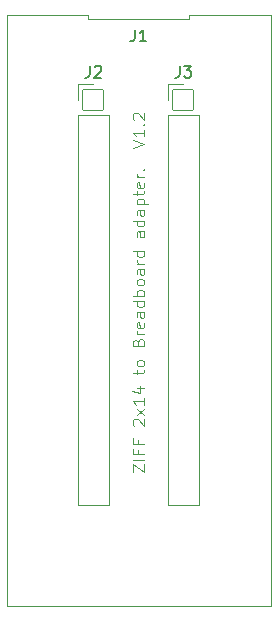
<source format=gto>
G04 #@! TF.GenerationSoftware,KiCad,Pcbnew,8.0.8*
G04 #@! TF.CreationDate,2025-06-20T13:46:13-04:00*
G04 #@! TF.ProjectId,ZiffAdapter,5a696666-4164-4617-9074-65722e6b6963,rev?*
G04 #@! TF.SameCoordinates,Original*
G04 #@! TF.FileFunction,Legend,Top*
G04 #@! TF.FilePolarity,Positive*
%FSLAX46Y46*%
G04 Gerber Fmt 4.6, Leading zero omitted, Abs format (unit mm)*
G04 Created by KiCad (PCBNEW 8.0.8) date 2025-06-20 13:46:13*
%MOMM*%
%LPD*%
G01*
G04 APERTURE LIST*
G04 Aperture macros list*
%AMRoundRect*
0 Rectangle with rounded corners*
0 $1 Rounding radius*
0 $2 $3 $4 $5 $6 $7 $8 $9 X,Y pos of 4 corners*
0 Add a 4 corners polygon primitive as box body*
4,1,4,$2,$3,$4,$5,$6,$7,$8,$9,$2,$3,0*
0 Add four circle primitives for the rounded corners*
1,1,$1+$1,$2,$3*
1,1,$1+$1,$4,$5*
1,1,$1+$1,$6,$7*
1,1,$1+$1,$8,$9*
0 Add four rect primitives between the rounded corners*
20,1,$1+$1,$2,$3,$4,$5,0*
20,1,$1+$1,$4,$5,$6,$7,0*
20,1,$1+$1,$6,$7,$8,$9,0*
20,1,$1+$1,$8,$9,$2,$3,0*%
G04 Aperture macros list end*
%ADD10C,0.100000*%
%ADD11C,0.150000*%
%ADD12C,0.120000*%
%ADD13O,3.076000X1.576000*%
%ADD14RoundRect,0.038000X-0.850000X-0.850000X0.850000X-0.850000X0.850000X0.850000X-0.850000X0.850000X0*%
%ADD15O,1.776000X1.776000*%
G04 APERTURE END LIST*
D10*
X104917419Y-31541353D02*
X104917419Y-30874687D01*
X104917419Y-30874687D02*
X105917419Y-31541353D01*
X105917419Y-31541353D02*
X105917419Y-30874687D01*
X105917419Y-30493734D02*
X104917419Y-30493734D01*
X105393609Y-29684211D02*
X105393609Y-30017544D01*
X105917419Y-30017544D02*
X104917419Y-30017544D01*
X104917419Y-30017544D02*
X104917419Y-29541354D01*
X105393609Y-28827068D02*
X105393609Y-29160401D01*
X105917419Y-29160401D02*
X104917419Y-29160401D01*
X104917419Y-29160401D02*
X104917419Y-28684211D01*
X105012657Y-27588972D02*
X104965038Y-27541353D01*
X104965038Y-27541353D02*
X104917419Y-27446115D01*
X104917419Y-27446115D02*
X104917419Y-27208020D01*
X104917419Y-27208020D02*
X104965038Y-27112782D01*
X104965038Y-27112782D02*
X105012657Y-27065163D01*
X105012657Y-27065163D02*
X105107895Y-27017544D01*
X105107895Y-27017544D02*
X105203133Y-27017544D01*
X105203133Y-27017544D02*
X105345990Y-27065163D01*
X105345990Y-27065163D02*
X105917419Y-27636591D01*
X105917419Y-27636591D02*
X105917419Y-27017544D01*
X105917419Y-26684210D02*
X105250752Y-26160401D01*
X105250752Y-26684210D02*
X105917419Y-26160401D01*
X105917419Y-25255639D02*
X105917419Y-25827067D01*
X105917419Y-25541353D02*
X104917419Y-25541353D01*
X104917419Y-25541353D02*
X105060276Y-25636591D01*
X105060276Y-25636591D02*
X105155514Y-25731829D01*
X105155514Y-25731829D02*
X105203133Y-25827067D01*
X105250752Y-24398496D02*
X105917419Y-24398496D01*
X104869800Y-24636591D02*
X105584085Y-24874686D01*
X105584085Y-24874686D02*
X105584085Y-24255639D01*
X105250752Y-23255638D02*
X105250752Y-22874686D01*
X104917419Y-23112781D02*
X105774561Y-23112781D01*
X105774561Y-23112781D02*
X105869800Y-23065162D01*
X105869800Y-23065162D02*
X105917419Y-22969924D01*
X105917419Y-22969924D02*
X105917419Y-22874686D01*
X105917419Y-22398495D02*
X105869800Y-22493733D01*
X105869800Y-22493733D02*
X105822180Y-22541352D01*
X105822180Y-22541352D02*
X105726942Y-22588971D01*
X105726942Y-22588971D02*
X105441228Y-22588971D01*
X105441228Y-22588971D02*
X105345990Y-22541352D01*
X105345990Y-22541352D02*
X105298371Y-22493733D01*
X105298371Y-22493733D02*
X105250752Y-22398495D01*
X105250752Y-22398495D02*
X105250752Y-22255638D01*
X105250752Y-22255638D02*
X105298371Y-22160400D01*
X105298371Y-22160400D02*
X105345990Y-22112781D01*
X105345990Y-22112781D02*
X105441228Y-22065162D01*
X105441228Y-22065162D02*
X105726942Y-22065162D01*
X105726942Y-22065162D02*
X105822180Y-22112781D01*
X105822180Y-22112781D02*
X105869800Y-22160400D01*
X105869800Y-22160400D02*
X105917419Y-22255638D01*
X105917419Y-22255638D02*
X105917419Y-22398495D01*
X105393609Y-20541352D02*
X105441228Y-20398495D01*
X105441228Y-20398495D02*
X105488847Y-20350876D01*
X105488847Y-20350876D02*
X105584085Y-20303257D01*
X105584085Y-20303257D02*
X105726942Y-20303257D01*
X105726942Y-20303257D02*
X105822180Y-20350876D01*
X105822180Y-20350876D02*
X105869800Y-20398495D01*
X105869800Y-20398495D02*
X105917419Y-20493733D01*
X105917419Y-20493733D02*
X105917419Y-20874685D01*
X105917419Y-20874685D02*
X104917419Y-20874685D01*
X104917419Y-20874685D02*
X104917419Y-20541352D01*
X104917419Y-20541352D02*
X104965038Y-20446114D01*
X104965038Y-20446114D02*
X105012657Y-20398495D01*
X105012657Y-20398495D02*
X105107895Y-20350876D01*
X105107895Y-20350876D02*
X105203133Y-20350876D01*
X105203133Y-20350876D02*
X105298371Y-20398495D01*
X105298371Y-20398495D02*
X105345990Y-20446114D01*
X105345990Y-20446114D02*
X105393609Y-20541352D01*
X105393609Y-20541352D02*
X105393609Y-20874685D01*
X105917419Y-19874685D02*
X105250752Y-19874685D01*
X105441228Y-19874685D02*
X105345990Y-19827066D01*
X105345990Y-19827066D02*
X105298371Y-19779447D01*
X105298371Y-19779447D02*
X105250752Y-19684209D01*
X105250752Y-19684209D02*
X105250752Y-19588971D01*
X105869800Y-18874685D02*
X105917419Y-18969923D01*
X105917419Y-18969923D02*
X105917419Y-19160399D01*
X105917419Y-19160399D02*
X105869800Y-19255637D01*
X105869800Y-19255637D02*
X105774561Y-19303256D01*
X105774561Y-19303256D02*
X105393609Y-19303256D01*
X105393609Y-19303256D02*
X105298371Y-19255637D01*
X105298371Y-19255637D02*
X105250752Y-19160399D01*
X105250752Y-19160399D02*
X105250752Y-18969923D01*
X105250752Y-18969923D02*
X105298371Y-18874685D01*
X105298371Y-18874685D02*
X105393609Y-18827066D01*
X105393609Y-18827066D02*
X105488847Y-18827066D01*
X105488847Y-18827066D02*
X105584085Y-19303256D01*
X105917419Y-17969923D02*
X105393609Y-17969923D01*
X105393609Y-17969923D02*
X105298371Y-18017542D01*
X105298371Y-18017542D02*
X105250752Y-18112780D01*
X105250752Y-18112780D02*
X105250752Y-18303256D01*
X105250752Y-18303256D02*
X105298371Y-18398494D01*
X105869800Y-17969923D02*
X105917419Y-18065161D01*
X105917419Y-18065161D02*
X105917419Y-18303256D01*
X105917419Y-18303256D02*
X105869800Y-18398494D01*
X105869800Y-18398494D02*
X105774561Y-18446113D01*
X105774561Y-18446113D02*
X105679323Y-18446113D01*
X105679323Y-18446113D02*
X105584085Y-18398494D01*
X105584085Y-18398494D02*
X105536466Y-18303256D01*
X105536466Y-18303256D02*
X105536466Y-18065161D01*
X105536466Y-18065161D02*
X105488847Y-17969923D01*
X105917419Y-17065161D02*
X104917419Y-17065161D01*
X105869800Y-17065161D02*
X105917419Y-17160399D01*
X105917419Y-17160399D02*
X105917419Y-17350875D01*
X105917419Y-17350875D02*
X105869800Y-17446113D01*
X105869800Y-17446113D02*
X105822180Y-17493732D01*
X105822180Y-17493732D02*
X105726942Y-17541351D01*
X105726942Y-17541351D02*
X105441228Y-17541351D01*
X105441228Y-17541351D02*
X105345990Y-17493732D01*
X105345990Y-17493732D02*
X105298371Y-17446113D01*
X105298371Y-17446113D02*
X105250752Y-17350875D01*
X105250752Y-17350875D02*
X105250752Y-17160399D01*
X105250752Y-17160399D02*
X105298371Y-17065161D01*
X105917419Y-16588970D02*
X104917419Y-16588970D01*
X105298371Y-16588970D02*
X105250752Y-16493732D01*
X105250752Y-16493732D02*
X105250752Y-16303256D01*
X105250752Y-16303256D02*
X105298371Y-16208018D01*
X105298371Y-16208018D02*
X105345990Y-16160399D01*
X105345990Y-16160399D02*
X105441228Y-16112780D01*
X105441228Y-16112780D02*
X105726942Y-16112780D01*
X105726942Y-16112780D02*
X105822180Y-16160399D01*
X105822180Y-16160399D02*
X105869800Y-16208018D01*
X105869800Y-16208018D02*
X105917419Y-16303256D01*
X105917419Y-16303256D02*
X105917419Y-16493732D01*
X105917419Y-16493732D02*
X105869800Y-16588970D01*
X105917419Y-15541351D02*
X105869800Y-15636589D01*
X105869800Y-15636589D02*
X105822180Y-15684208D01*
X105822180Y-15684208D02*
X105726942Y-15731827D01*
X105726942Y-15731827D02*
X105441228Y-15731827D01*
X105441228Y-15731827D02*
X105345990Y-15684208D01*
X105345990Y-15684208D02*
X105298371Y-15636589D01*
X105298371Y-15636589D02*
X105250752Y-15541351D01*
X105250752Y-15541351D02*
X105250752Y-15398494D01*
X105250752Y-15398494D02*
X105298371Y-15303256D01*
X105298371Y-15303256D02*
X105345990Y-15255637D01*
X105345990Y-15255637D02*
X105441228Y-15208018D01*
X105441228Y-15208018D02*
X105726942Y-15208018D01*
X105726942Y-15208018D02*
X105822180Y-15255637D01*
X105822180Y-15255637D02*
X105869800Y-15303256D01*
X105869800Y-15303256D02*
X105917419Y-15398494D01*
X105917419Y-15398494D02*
X105917419Y-15541351D01*
X105917419Y-14350875D02*
X105393609Y-14350875D01*
X105393609Y-14350875D02*
X105298371Y-14398494D01*
X105298371Y-14398494D02*
X105250752Y-14493732D01*
X105250752Y-14493732D02*
X105250752Y-14684208D01*
X105250752Y-14684208D02*
X105298371Y-14779446D01*
X105869800Y-14350875D02*
X105917419Y-14446113D01*
X105917419Y-14446113D02*
X105917419Y-14684208D01*
X105917419Y-14684208D02*
X105869800Y-14779446D01*
X105869800Y-14779446D02*
X105774561Y-14827065D01*
X105774561Y-14827065D02*
X105679323Y-14827065D01*
X105679323Y-14827065D02*
X105584085Y-14779446D01*
X105584085Y-14779446D02*
X105536466Y-14684208D01*
X105536466Y-14684208D02*
X105536466Y-14446113D01*
X105536466Y-14446113D02*
X105488847Y-14350875D01*
X105917419Y-13874684D02*
X105250752Y-13874684D01*
X105441228Y-13874684D02*
X105345990Y-13827065D01*
X105345990Y-13827065D02*
X105298371Y-13779446D01*
X105298371Y-13779446D02*
X105250752Y-13684208D01*
X105250752Y-13684208D02*
X105250752Y-13588970D01*
X105917419Y-12827065D02*
X104917419Y-12827065D01*
X105869800Y-12827065D02*
X105917419Y-12922303D01*
X105917419Y-12922303D02*
X105917419Y-13112779D01*
X105917419Y-13112779D02*
X105869800Y-13208017D01*
X105869800Y-13208017D02*
X105822180Y-13255636D01*
X105822180Y-13255636D02*
X105726942Y-13303255D01*
X105726942Y-13303255D02*
X105441228Y-13303255D01*
X105441228Y-13303255D02*
X105345990Y-13255636D01*
X105345990Y-13255636D02*
X105298371Y-13208017D01*
X105298371Y-13208017D02*
X105250752Y-13112779D01*
X105250752Y-13112779D02*
X105250752Y-12922303D01*
X105250752Y-12922303D02*
X105298371Y-12827065D01*
X105917419Y-11160398D02*
X105393609Y-11160398D01*
X105393609Y-11160398D02*
X105298371Y-11208017D01*
X105298371Y-11208017D02*
X105250752Y-11303255D01*
X105250752Y-11303255D02*
X105250752Y-11493731D01*
X105250752Y-11493731D02*
X105298371Y-11588969D01*
X105869800Y-11160398D02*
X105917419Y-11255636D01*
X105917419Y-11255636D02*
X105917419Y-11493731D01*
X105917419Y-11493731D02*
X105869800Y-11588969D01*
X105869800Y-11588969D02*
X105774561Y-11636588D01*
X105774561Y-11636588D02*
X105679323Y-11636588D01*
X105679323Y-11636588D02*
X105584085Y-11588969D01*
X105584085Y-11588969D02*
X105536466Y-11493731D01*
X105536466Y-11493731D02*
X105536466Y-11255636D01*
X105536466Y-11255636D02*
X105488847Y-11160398D01*
X105917419Y-10255636D02*
X104917419Y-10255636D01*
X105869800Y-10255636D02*
X105917419Y-10350874D01*
X105917419Y-10350874D02*
X105917419Y-10541350D01*
X105917419Y-10541350D02*
X105869800Y-10636588D01*
X105869800Y-10636588D02*
X105822180Y-10684207D01*
X105822180Y-10684207D02*
X105726942Y-10731826D01*
X105726942Y-10731826D02*
X105441228Y-10731826D01*
X105441228Y-10731826D02*
X105345990Y-10684207D01*
X105345990Y-10684207D02*
X105298371Y-10636588D01*
X105298371Y-10636588D02*
X105250752Y-10541350D01*
X105250752Y-10541350D02*
X105250752Y-10350874D01*
X105250752Y-10350874D02*
X105298371Y-10255636D01*
X105917419Y-9350874D02*
X105393609Y-9350874D01*
X105393609Y-9350874D02*
X105298371Y-9398493D01*
X105298371Y-9398493D02*
X105250752Y-9493731D01*
X105250752Y-9493731D02*
X105250752Y-9684207D01*
X105250752Y-9684207D02*
X105298371Y-9779445D01*
X105869800Y-9350874D02*
X105917419Y-9446112D01*
X105917419Y-9446112D02*
X105917419Y-9684207D01*
X105917419Y-9684207D02*
X105869800Y-9779445D01*
X105869800Y-9779445D02*
X105774561Y-9827064D01*
X105774561Y-9827064D02*
X105679323Y-9827064D01*
X105679323Y-9827064D02*
X105584085Y-9779445D01*
X105584085Y-9779445D02*
X105536466Y-9684207D01*
X105536466Y-9684207D02*
X105536466Y-9446112D01*
X105536466Y-9446112D02*
X105488847Y-9350874D01*
X105250752Y-8874683D02*
X106250752Y-8874683D01*
X105298371Y-8874683D02*
X105250752Y-8779445D01*
X105250752Y-8779445D02*
X105250752Y-8588969D01*
X105250752Y-8588969D02*
X105298371Y-8493731D01*
X105298371Y-8493731D02*
X105345990Y-8446112D01*
X105345990Y-8446112D02*
X105441228Y-8398493D01*
X105441228Y-8398493D02*
X105726942Y-8398493D01*
X105726942Y-8398493D02*
X105822180Y-8446112D01*
X105822180Y-8446112D02*
X105869800Y-8493731D01*
X105869800Y-8493731D02*
X105917419Y-8588969D01*
X105917419Y-8588969D02*
X105917419Y-8779445D01*
X105917419Y-8779445D02*
X105869800Y-8874683D01*
X105250752Y-8112778D02*
X105250752Y-7731826D01*
X104917419Y-7969921D02*
X105774561Y-7969921D01*
X105774561Y-7969921D02*
X105869800Y-7922302D01*
X105869800Y-7922302D02*
X105917419Y-7827064D01*
X105917419Y-7827064D02*
X105917419Y-7731826D01*
X105869800Y-7017540D02*
X105917419Y-7112778D01*
X105917419Y-7112778D02*
X105917419Y-7303254D01*
X105917419Y-7303254D02*
X105869800Y-7398492D01*
X105869800Y-7398492D02*
X105774561Y-7446111D01*
X105774561Y-7446111D02*
X105393609Y-7446111D01*
X105393609Y-7446111D02*
X105298371Y-7398492D01*
X105298371Y-7398492D02*
X105250752Y-7303254D01*
X105250752Y-7303254D02*
X105250752Y-7112778D01*
X105250752Y-7112778D02*
X105298371Y-7017540D01*
X105298371Y-7017540D02*
X105393609Y-6969921D01*
X105393609Y-6969921D02*
X105488847Y-6969921D01*
X105488847Y-6969921D02*
X105584085Y-7446111D01*
X105917419Y-6541349D02*
X105250752Y-6541349D01*
X105441228Y-6541349D02*
X105345990Y-6493730D01*
X105345990Y-6493730D02*
X105298371Y-6446111D01*
X105298371Y-6446111D02*
X105250752Y-6350873D01*
X105250752Y-6350873D02*
X105250752Y-6255635D01*
X105822180Y-5922301D02*
X105869800Y-5874682D01*
X105869800Y-5874682D02*
X105917419Y-5922301D01*
X105917419Y-5922301D02*
X105869800Y-5969920D01*
X105869800Y-5969920D02*
X105822180Y-5922301D01*
X105822180Y-5922301D02*
X105917419Y-5922301D01*
X104917419Y-4065158D02*
X105917419Y-3731825D01*
X105917419Y-3731825D02*
X104917419Y-3398492D01*
X105917419Y-2541349D02*
X105917419Y-3112777D01*
X105917419Y-2827063D02*
X104917419Y-2827063D01*
X104917419Y-2827063D02*
X105060276Y-2922301D01*
X105060276Y-2922301D02*
X105155514Y-3017539D01*
X105155514Y-3017539D02*
X105203133Y-3112777D01*
X105822180Y-2112777D02*
X105869800Y-2065158D01*
X105869800Y-2065158D02*
X105917419Y-2112777D01*
X105917419Y-2112777D02*
X105869800Y-2160396D01*
X105869800Y-2160396D02*
X105822180Y-2112777D01*
X105822180Y-2112777D02*
X105917419Y-2112777D01*
X105012657Y-1684206D02*
X104965038Y-1636587D01*
X104965038Y-1636587D02*
X104917419Y-1541349D01*
X104917419Y-1541349D02*
X104917419Y-1303254D01*
X104917419Y-1303254D02*
X104965038Y-1208016D01*
X104965038Y-1208016D02*
X105012657Y-1160397D01*
X105012657Y-1160397D02*
X105107895Y-1112778D01*
X105107895Y-1112778D02*
X105203133Y-1112778D01*
X105203133Y-1112778D02*
X105345990Y-1160397D01*
X105345990Y-1160397D02*
X105917419Y-1731825D01*
X105917419Y-1731825D02*
X105917419Y-1112778D01*
D11*
X105076666Y5935180D02*
X105076666Y5220895D01*
X105076666Y5220895D02*
X105029047Y5078038D01*
X105029047Y5078038D02*
X104933809Y4982800D01*
X104933809Y4982800D02*
X104790952Y4935180D01*
X104790952Y4935180D02*
X104695714Y4935180D01*
X106076666Y4935180D02*
X105505238Y4935180D01*
X105790952Y4935180D02*
X105790952Y5935180D01*
X105790952Y5935180D02*
X105695714Y5792323D01*
X105695714Y5792323D02*
X105600476Y5697085D01*
X105600476Y5697085D02*
X105505238Y5649466D01*
X101266666Y2875180D02*
X101266666Y2160895D01*
X101266666Y2160895D02*
X101219047Y2018038D01*
X101219047Y2018038D02*
X101123809Y1922800D01*
X101123809Y1922800D02*
X100980952Y1875180D01*
X100980952Y1875180D02*
X100885714Y1875180D01*
X101695238Y2779942D02*
X101742857Y2827561D01*
X101742857Y2827561D02*
X101838095Y2875180D01*
X101838095Y2875180D02*
X102076190Y2875180D01*
X102076190Y2875180D02*
X102171428Y2827561D01*
X102171428Y2827561D02*
X102219047Y2779942D01*
X102219047Y2779942D02*
X102266666Y2684704D01*
X102266666Y2684704D02*
X102266666Y2589466D01*
X102266666Y2589466D02*
X102219047Y2446609D01*
X102219047Y2446609D02*
X101647619Y1875180D01*
X101647619Y1875180D02*
X102266666Y1875180D01*
X108886666Y2875180D02*
X108886666Y2160895D01*
X108886666Y2160895D02*
X108839047Y2018038D01*
X108839047Y2018038D02*
X108743809Y1922800D01*
X108743809Y1922800D02*
X108600952Y1875180D01*
X108600952Y1875180D02*
X108505714Y1875180D01*
X109267619Y2875180D02*
X109886666Y2875180D01*
X109886666Y2875180D02*
X109553333Y2494228D01*
X109553333Y2494228D02*
X109696190Y2494228D01*
X109696190Y2494228D02*
X109791428Y2446609D01*
X109791428Y2446609D02*
X109839047Y2398990D01*
X109839047Y2398990D02*
X109886666Y2303752D01*
X109886666Y2303752D02*
X109886666Y2065657D01*
X109886666Y2065657D02*
X109839047Y1970419D01*
X109839047Y1970419D02*
X109791428Y1922800D01*
X109791428Y1922800D02*
X109696190Y1875180D01*
X109696190Y1875180D02*
X109410476Y1875180D01*
X109410476Y1875180D02*
X109315238Y1922800D01*
X109315238Y1922800D02*
X109267619Y1970419D01*
D12*
X94310000Y7140000D02*
X94310000Y-42910000D01*
X94310000Y-42910000D02*
X116610000Y-42910000D01*
X101170001Y7150000D02*
X94310000Y7150000D01*
X101170001Y6790000D02*
X101170001Y7150000D01*
X109650000Y7150000D02*
X109650000Y6790000D01*
X109650000Y6790000D02*
X101170001Y6790000D01*
X116610000Y-42910000D02*
X116610000Y7140000D01*
X116610000Y7150000D02*
X109650000Y7150000D01*
X100270000Y1330000D02*
X101600000Y1330000D01*
X100270000Y0D02*
X100270000Y1330000D01*
X100270000Y-1270000D02*
X100270000Y-34350000D01*
X100270000Y-1270000D02*
X102930000Y-1270000D01*
X100270000Y-34350000D02*
X102930000Y-34350000D01*
X102930000Y-1270000D02*
X102930000Y-34350000D01*
X107890000Y1330000D02*
X109220000Y1330000D01*
X107890000Y0D02*
X107890000Y1330000D01*
X107890000Y-1270000D02*
X107890000Y-34350000D01*
X107890000Y-1270000D02*
X110550000Y-1270000D01*
X107890000Y-34350000D02*
X110550000Y-34350000D01*
X110550000Y-1270000D02*
X110550000Y-34350000D01*
%LPC*%
D13*
X97790000Y0D03*
X97790000Y-2540000D03*
X97790000Y-5080000D03*
X97790000Y-7620000D03*
X97790000Y-10160000D03*
X97790000Y-12700000D03*
X97790000Y-15240000D03*
X97790000Y-17780000D03*
X97790000Y-20320000D03*
X97790000Y-22860000D03*
X97790000Y-25400000D03*
X97790000Y-27940000D03*
X97790000Y-30480000D03*
X97790000Y-33020000D03*
X113030000Y-33020000D03*
X113030000Y-30480000D03*
X113030000Y-27940000D03*
X113030000Y-25400000D03*
X113030000Y-22860000D03*
X113030000Y-20320000D03*
X113030000Y-17780000D03*
X113030000Y-15240000D03*
X113030000Y-12700000D03*
X113030000Y-10160000D03*
X113030000Y-7620000D03*
X113030000Y-5080000D03*
X113030000Y-2540000D03*
X113030000Y0D03*
D14*
X101600000Y0D03*
D15*
X101600000Y-2540000D03*
X101600000Y-5080000D03*
X101600000Y-7620000D03*
X101600000Y-10160000D03*
X101600000Y-12700000D03*
X101600000Y-15240000D03*
X101600000Y-17780000D03*
X101600000Y-20320000D03*
X101600000Y-22860000D03*
X101600000Y-25400000D03*
X101600000Y-27940000D03*
X101600000Y-30480000D03*
X101600000Y-33020000D03*
D14*
X109220000Y0D03*
D15*
X109220000Y-2540000D03*
X109220000Y-5080000D03*
X109220000Y-7620000D03*
X109220000Y-10160000D03*
X109220000Y-12700000D03*
X109220000Y-15240000D03*
X109220000Y-17780000D03*
X109220000Y-20320000D03*
X109220000Y-22860000D03*
X109220000Y-25400000D03*
X109220000Y-27940000D03*
X109220000Y-30480000D03*
X109220000Y-33020000D03*
%LPD*%
M02*

</source>
